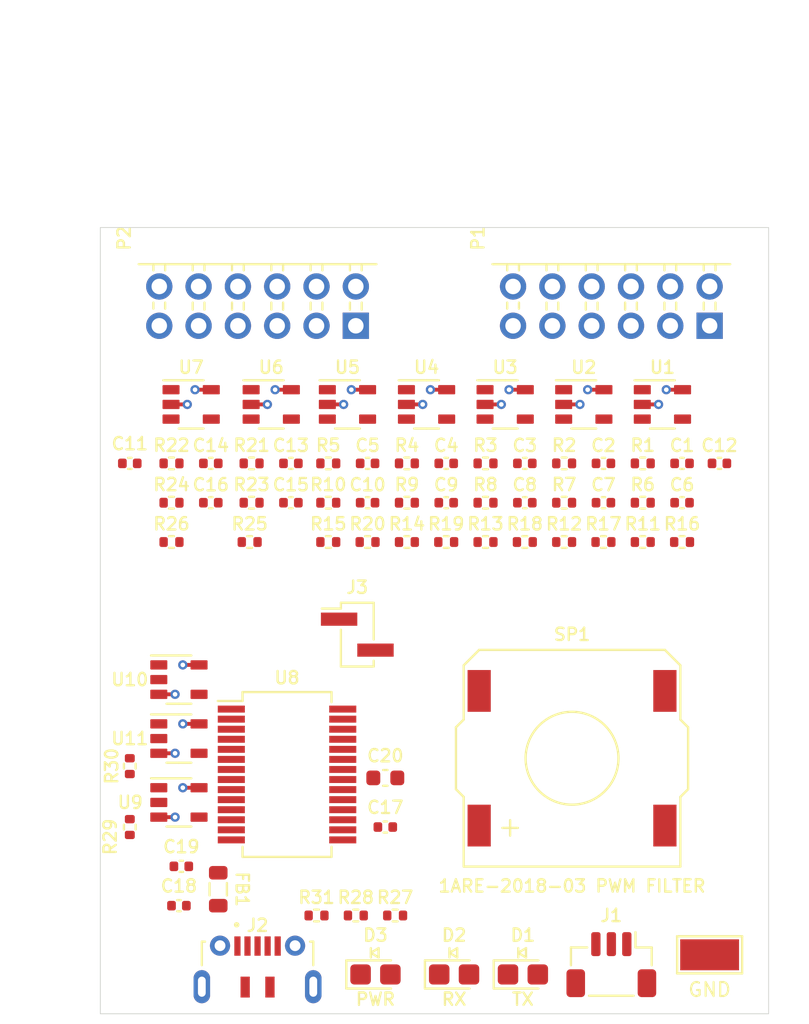
<source format=kicad_pcb>
(kicad_pcb (version 20221018) (generator pcbnew)
  (title_block (title "Audio PWM Filter w/ USB UART") (date "2023-10-13") (rev "-") (comment 1 "1ARE-2018-03"))
  (layers (0 "F.Cu" signal) (1 "In1.Cu" signal) (2 "In2.Cu" signal) (31 "B.Cu" signal) (34 "B.Paste" user) (35 "F.Paste" user) (36 "B.SilkS" user "B.Silkscreen") (37 "F.SilkS" user "F.Silkscreen") (38 "B.Mask" user) (39 "F.Mask" user) (44 "Edge.Cuts" user))
  (net 0 "")
  (net 1 "GND")
  (net 2 "Net-(U1--)")
  (net 3 "Net-(U1-+)")
  (net 4 "D0")
  (net 5 "D4")
  (net 6 "D1")
  (net 7 "D5")
  (net 8 "D2")
  (net 9 "D6")
  (net 10 "D3")
  (net 11 "D7")
  (net 12 "Net-(C1-Pad2)")
  (net 13 "Net-(C4-Pad2)")
  (net 14 "Net-(C2-Pad2)")
  (net 15 "Net-(U3--)")
  (net 16 "Net-(U2--)")
  (net 17 "Net-(C3-Pad2)")
  (net 18 "Net-(U4--)")
  (net 19 "+5V")
  (net 20 "Net-(U5--)")
  (net 21 "Net-(C5-Pad2)")
  (net 22 "+3V3")
  (net 23 "Net-(U7--)")
  (net 24 "Net-(U3-+)")
  (net 25 "Net-(U7-+)")
  (net 26 "Net-(U4-+)")
  (net 27 "Net-(U5-+)")
  (net 28 "Net-(C13-Pad1)")
  (net 29 "Net-(U6--)")
  (net 30 "Net-(C15-Pad2)")
  (net 31 "Net-(C14-Pad1)")
  (net 32 "/RIGHT")
  (net 33 "/LEFT")
  (net 34 "Net-(C16-Pad2)")
  (net 35 "Net-(J2-VBUS)")
  (net 36 "Net-(D1-K)")
  (net 37 "Net-(D3-K)")
  (net 38 "Net-(J2-D-)")
  (net 39 "+3.3VA")
  (net 45 "A2")
  (net 50 "Net-(J2-D+)")
  (net 51 "Net-(R11-Pad2)")
  (net 52 "Net-(D2-K)")
  (net 53 "Net-(R12-Pad2)")
  (net 54 "Net-(R13-Pad2)")
  (net 55 "Net-(R14-Pad2)")
  (net 56 "Net-(R10-Pad1)")
  (net 57 "Net-(U6-+)")
  (net 58 "Net-(U8-CBUS0)")
  (net 59 "Net-(U8-CBUS1)")
  (net 60 "Net-(U2-+)")
  (net 62 "/TXD")
  (net 63 "Net-(J3-Pin_2)")
  (net 65 "/RXD")
  (net 69 "/CTSn")
  (footprint "user:PinHeader_2x06_PMOD" (layer "F.Cu") (at 153.67 82.55 90)
    (fp_text reference "P1" (at 5.655 -2.27 90 unlocked) (layer "F.SilkS") (effects (font (size 0.8 0.8))))
    (fp_text value "TSW-106-08-G-D-RA")
    (pad "1" thru_hole rect locked (at 0 12.7 90) (size 1.7 1.7) (drill 1) (layers "*.Cu" "*.Mask") (net 4 "D0"))
    (pad "2" thru_hole oval locked (at 2.54 12.7 90) (size 1.7 1.7) (drill 1) (layers "*.Cu" "*.Mask") (net 5 "D4"))
    (pad "3" thru_hole oval locked (at 0 10.16 90) (size 1.7 1.7) (drill 1) (layers "*.Cu" "*.Mask") (net 6 "D1"))
    (pad "4" thru_hole oval locked (at 2.54 10.16 90) (size 1.7 1.7) (drill 1) (layers "*.Cu" "*.Mask") (net 7 "D5"))
    (pad "5" thru_hole oval locked (at 0 7.62 90) (size 1.7 1.7) (drill 1) (layers "*.Cu" "*.Mask") (net 8 "D2"))
    (pad "6" thru_hole oval locked (at 2.54 7.62 90) (size 1.7 1.7) (drill 1) (layers "*.Cu" "*.Mask") (net 9 "D6"))
    (pad "7" thru_hole oval locked (at 0 5.08 90) (size 1.7 1.7) (drill 1) (layers "*.Cu" "*.Mask") (net 10 "D3"))
    (pad "8" thru_hole oval locked (at 2.54 5.08 90) (size 1.7 1.7) (drill 1) (layers "*.Cu" "*.Mask") (net 11 "D7"))
    (pad "9" thru_hole oval locked (at 0 2.54 90) (size 1.7 1.7) (drill 1) (layers "*.Cu" "*.Mask") (net 1 "GND"))
    (pad "10" thru_hole oval locked (at 2.54 2.54 90) (size 1.7 1.7) (drill 1) (layers "*.Cu" "*.Mask") (net 1 "GND"))
    (pad "11" thru_hole oval locked (at 0 0 90) (size 1.7 1.7) (drill 1) (layers "*.Cu" "*.Mask") (net 39 "+3.3VA"))
    (pad "12" thru_hole oval locked (at 2.54 0 90) (size 1.7 1.7) (drill 1) (layers "*.Cu" "*.Mask") (net 39 "+3.3VA"))
  )
  (footprint "Capacitor_SMD:C_0402_1005Metric" (layer "F.Cu") (at 128.905 91.44 180)
    (fp_text reference "C11" (at 0 1.27 unlocked) (layer "F.SilkS") (effects (font (size 0.8 0.8))))
    (fp_text value "100nF")
    (pad "1" smd roundrect (at -0.48 0 180) (size 0.56 0.62) (layers "F.Cu" "F.Paste" "F.Mask") (net 39 "+3.3VA"))
    (pad "2" smd roundrect (at 0.48 0 180) (size 0.56 0.62) (layers "F.Cu" "F.Paste" "F.Mask") (net 1 "GND"))
  )
  (footprint "Capacitor_SMD:C_0402_1005Metric" (layer "F.Cu") (at 164.59 91.44)
    (fp_text reference "C1" (at 0 -1.16 unlocked) (layer "F.SilkS") (effects (font (size 0.8 0.8))))
    (fp_text value "2.2nF")
    (pad "1" smd roundrect (at -0.48 0) (size 0.56 0.62) (layers "F.Cu" "F.Paste" "F.Mask") (net 2 "Net-(U1--)"))
    (pad "2" smd roundrect (at 0.48 0) (size 0.56 0.62) (layers "F.Cu" "F.Paste" "F.Mask") (net 12 "Net-(C1-Pad2)"))
  )
  (footprint "Capacitor_SMD:C_0402_1005Metric" (layer "F.Cu") (at 139.315 93.98)
    (fp_text reference "C15" (at 0 -1.16 unlocked) (layer "F.SilkS") (effects (font (size 0.8 0.8))))
    (fp_text value "100nF")
    (pad "1" smd roundrect (at -0.48 0) (size 0.56 0.62) (layers "F.Cu" "F.Paste" "F.Mask") (net 32 "/RIGHT"))
    (pad "2" smd roundrect (at 0.48 0) (size 0.56 0.62) (layers "F.Cu" "F.Paste" "F.Mask") (net 30 "Net-(C15-Pad2)"))
  )
  (footprint "Resistor_SMD:R_0402_1005Metric" (layer "F.Cu") (at 162.05 91.44)
    (fp_text reference "R1" (at 0 -1.17 unlocked) (layer "F.SilkS") (effects (font (size 0.8 0.8))))
    (fp_text value "15k")
    (pad "1" smd roundrect (at -0.51 0) (size 0.54 0.64) (layers "F.Cu" "F.Paste" "F.Mask") (net 12 "Net-(C1-Pad2)"))
    (pad "2" smd roundrect (at 0.51 0) (size 0.54 0.64) (layers "F.Cu" "F.Paste" "F.Mask") (net 10 "D3"))
  )
  (footprint "Resistor_SMD:R_0402_1005Metric" (layer "F.Cu") (at 136.775 91.44)
    (fp_text reference "R21" (at 0 -1.17 unlocked) (layer "F.SilkS") (effects (font (size 0.8 0.8))))
    (fp_text value "OPEN")
    (pad "1" smd roundrect (at -0.51 0) (size 0.54 0.64) (layers "F.Cu" "F.Paste" "F.Mask") (net 29 "Net-(U6--)"))
    (pad "2" smd roundrect (at 0.51 0) (size 0.54 0.64) (layers "F.Cu" "F.Paste" "F.Mask") (net 1 "GND"))
  )
  (footprint "Resistor_SMD:R_0402_1005Metric" (layer "F.Cu") (at 136.775 93.98)
    (fp_text reference "R23" (at 0 -1.17 unlocked) (layer "F.SilkS") (effects (font (size 0.8 0.8))))
    (fp_text value "15k")
    (pad "1" smd roundrect (at -0.51 0) (size 0.54 0.64) (layers "F.Cu" "F.Paste" "F.Mask") (net 28 "Net-(C13-Pad1)"))
    (pad "2" smd roundrect (at 0.51 0) (size 0.54 0.64) (layers "F.Cu" "F.Paste" "F.Mask") (net 29 "Net-(U6--)"))
  )
  (footprint "Resistor_SMD:R_0402_1005Metric" (layer "F.Cu") (at 136.65 96.52)
    (fp_text reference "R25" (at 0 -1.17 unlocked) (layer "F.SilkS") (effects (font (size 0.8 0.8))))
    (fp_text value "100")
    (pad "1" smd roundrect (at -0.51 0) (size 0.54 0.64) (layers "F.Cu" "F.Paste" "F.Mask") (net 30 "Net-(C15-Pad2)"))
    (pad "2" smd roundrect (at 0.51 0) (size 0.54 0.64) (layers "F.Cu" "F.Paste" "F.Mask") (net 28 "Net-(C13-Pad1)"))
  )
  (footprint "user:SOT-23-5_OPA" (layer "F.Cu") (at 163.32 87.63)
    (fp_text reference "U1" (at 0 -2.4 unlocked) (layer "F.SilkS") (effects (font (size 0.8 0.8))))
    (fp_text value "OPA354")
    (pad "1" smd custom (at -1.3 -0.95) (size 0.5 0.5) (layers "F.Cu" "F.Paste" "F.Mask") (net 2 "Net-(U1--)") (options (clearance outline) (anchor circle)) (primitives (gr_poly (pts (xy -0.5 0.25) (xy 0.5 0.25) (xy 0.5 -0.25) (xy -0.5 -0.25)) (width 0.1) (fill yes))))
    (pad "2" smd rect (at -0.25 0) (size 0.6 0.25) (drill (offset -0.3 0)) (layers "F.Cu") (net 1 "GND"))
    (pad "2" thru_hole circle (at -0.25 0) (size 0.6 0.6) (drill 0.3) (layers "*.Cu") (net 1 "GND"))
    (pad "2" smd roundrect (at -0.25 0 180) (size 1.1 0.6) (drill (offset 1.05 0)) (layers "F.Cu" "F.Paste" "F.Mask") (roundrect_rratio 0.08333333333) (net 1 "GND"))
    (pad "3" smd custom (at -1.3 0.95) (size 0.5 0.5) (layers "F.Cu" "F.Paste" "F.Mask") (net 3 "Net-(U1-+)") (options (clearance outline) (anchor circle)) (primitives (gr_poly (pts (xy -0.5 0.25) (xy 0.5 0.25) (xy 0.5 -0.25) (xy -0.5 -0.25)) (width 0.1) (fill yes))))
    (pad "4" smd custom (at 1.3 0.95) (size 0.5 0.5) (layers "F.Cu" "F.Paste" "F.Mask") (net 2 "Net-(U1--)") (options (clearance outline) (anchor circle)) (primitives (gr_poly (pts (xy -0.5 0.25) (xy 0.5 0.25) (xy 0.5 -0.25) (xy -0.5 -0.25)) (width 0.1) (fill yes))))
    (pad "5" smd rect (at 0.25 -0.95) (size 0.6 0.25) (drill (offset 0.3 0)) (layers "F.Cu") (net 39 "+3.3VA"))
    (pad "5" thru_hole circle (at 0.25 -0.95) (size 0.6 0.6) (drill 0.3) (layers "*.Cu") (net 39 "+3.3VA"))
    (pad "5" smd roundrect (at 0.25 -0.95 180) (size 1.1 0.6) (drill (offset -1.05 0)) (layers "F.Cu" "F.Paste" "F.Mask") (roundrect_rratio 0.08333333333) (net 39 "+3.3VA"))
  )
  (footprint "user:SOT-23-5_OPA" (layer "F.Cu") (at 138.045 87.63)
    (fp_text reference "U6" (at 0 -2.4 unlocked) (layer "F.SilkS") (effects (font (size 0.8 0.8))))
    (fp_text value "OPA354")
    (pad "1" smd custom (at -1.3 -0.95) (size 0.5 0.5) (layers "F.Cu" "F.Paste" "F.Mask") (net 28 "Net-(C13-Pad1)") (options (clearance outline) (anchor circle)) (primitives (gr_poly (pts (xy -0.5 0.25) (xy 0.5 0.25) (xy 0.5 -0.25) (xy -0.5 -0.25)) (width 0.1) (fill yes))))
    (pad "2" smd rect (at -0.25 0) (size 0.6 0.25) (drill (offset -0.3 0)) (layers "F.Cu") (net 1 "GND"))
    (pad "2" thru_hole circle (at -0.25 0) (size 0.6 0.6) (drill 0.3) (layers "*.Cu") (net 1 "GND"))
    (pad "2" smd roundrect (at -0.25 0 180) (size 1.1 0.6) (drill (offset 1.05 0)) (layers "F.Cu" "F.Paste" "F.Mask") (roundrect_rratio 0.08333333333) (net 1 "GND"))
    (pad "3" smd custom (at -1.3 0.95) (size 0.5 0.5) (layers "F.Cu" "F.Paste" "F.Mask") (net 57 "Net-(U6-+)") (options (clearance outline) (anchor circle)) (primitives (gr_poly (pts (xy -0.5 0.25) (xy 0.5 0.25) (xy 0.5 -0.25) (xy -0.5 -0.25)) (width 0.1) (fill yes))))
    (pad "4" smd custom (at 1.3 0.95) (size 0.5 0.5) (layers "F.Cu" "F.Paste" "F.Mask") (net 29 "Net-(U6--)") (options (clearance outline) (anchor circle)) (primitives (gr_poly (pts (xy -0.5 0.25) (xy 0.5 0.25) (xy 0.5 -0.25) (xy -0.5 -0.25)) (width 0.1) (fill yes))))
    (pad "5" smd rect (at 0.25 -0.95) (size 0.6 0.25) (drill (offset 0.3 0)) (layers "F.Cu") (net 39 "+3.3VA"))
    (pad "5" thru_hole circle (at 0.25 -0.95) (size 0.6 0.6) (drill 0.3) (layers "*.Cu") (net 39 "+3.3VA"))
    (pad "5" smd roundrect (at 0.25 -0.95 180) (size 1.1 0.6) (drill (offset -1.05 0)) (layers "F.Cu" "F.Paste" "F.Mask") (roundrect_rratio 0.08333333333) (net 39 "+3.3VA"))
  )
  (footprint "Capacitor_SMD:C_0402_1005Metric" (layer "F.Cu") (at 167.005 91.44)
    (fp_text reference "C12" (at 0 -1.16 unlocked) (layer "F.SilkS") (effects (font (size 0.8 0.8))))
    (fp_text value "100nF")
    (pad "1" smd roundrect (at -0.48 0) (size 0.56 0.62) (layers "F.Cu" "F.Paste" "F.Mask") (net 39 "+3.3VA"))
    (pad "2" smd roundrect (at 0.48 0) (size 0.56 0.62) (layers "F.Cu" "F.Paste" "F.Mask") (net 1 "GND"))
  )
  (footprint "Resistor_SMD:R_0402_1005Metric" (layer "F.Cu") (at 162.05 93.98)
    (fp_text reference "R6" (at 0 -1.17 unlocked) (layer "F.SilkS") (effects (font (size 0.8 0.8))))
    (fp_text value "15k")
    (pad "1" smd roundrect (at -0.51 0) (size 0.54 0.64) (layers "F.Cu" "F.Paste" "F.Mask") (net 51 "Net-(R11-Pad2)"))
    (pad "2" smd roundrect (at 0.51 0) (size 0.54 0.64) (layers "F.Cu" "F.Paste" "F.Mask") (net 12 "Net-(C1-Pad2)"))
  )
  (footprint "Capacitor_SMD:C_0402_1005Metric" (layer "F.Cu") (at 164.59 93.98)
    (fp_text reference "C6" (at 0 -1.16 unlocked) (layer "F.SilkS") (effects (font (size 0.8 0.8))))
    (fp_text value "1nF")
    (pad "1" smd roundrect (at -0.48 0) (size 0.56 0.62) (layers "F.Cu" "F.Paste" "F.Mask") (net 3 "Net-(U1-+)"))
    (pad "2" smd roundrect (at 0.48 0) (size 0.56 0.62) (layers "F.Cu" "F.Paste" "F.Mask") (net 1 "GND"))
  )
  (footprint "user:SOT-23-5_OPA" (layer "F.Cu") (at 158.24 87.63)
    (fp_text reference "U2" (at 0 -2.4 unlocked) (layer "F.SilkS") (effects (font (size 0.8 0.8))))
    (fp_text value "OPA354")
    (pad "1" smd custom (at -1.3 -0.95) (size 0.5 0.5) (layers "F.Cu" "F.Paste" "F.Mask") (net 16 "Net-(U2--)") (options (clearance outline) (anchor circle)) (primitives (gr_poly (pts (xy -0.5 0.25) (xy 0.5 0.25) (xy 0.5 -0.25) (xy -0.5 -0.25)) (width 0.1) (fill yes))))
    (pad "2" smd rect (at -0.25 0) (size 0.6 0.25) (drill (offset -0.3 0)) (layers "F.Cu") (net 1 "GND"))
    (pad "2" thru_hole circle (at -0.25 0) (size 0.6 0.6) (drill 0.3) (layers "*.Cu") (net 1 "GND"))
    (pad "2" smd roundrect (at -0.25 0 180) (size 1.1 0.6) (drill (offset 1.05 0)) (layers "F.Cu" "F.Paste" "F.Mask") (roundrect_rratio 0.08333333333) (net 1 "GND"))
    (pad "3" smd custom (at -1.3 0.95) (size 0.5 0.5) (layers "F.Cu" "F.Paste" "F.Mask") (net 60 "Net-(U2-+)") (options (clearance outline) (anchor circle)) (primitives (gr_poly (pts (xy -0.5 0.25) (xy 0.5 0.25) (xy 0.5 -0.25) (xy -0.5 -0.25)) (width 0.1) (fill yes))))
    (pad "4" smd custom (at 1.3 0.95) (size 0.5 0.5) (layers "F.Cu" "F.Paste" "F.Mask") (net 16 "Net-(U2--)") (options (clearance outline) (anchor circle)) (primitives (gr_poly (pts (xy -0.5 0.25) (xy 0.5 0.25) (xy 0.5 -0.25) (xy -0.5 -0.25)) (width 0.1) (fill yes))))
    (pad "5" smd rect (at 0.25 -0.95) (size 0.6 0.25) (drill (offset 0.3 0)) (layers "F.Cu") (net 39 "+3.3VA"))
    (pad "5" thru_hole circle (at 0.25 -0.95) (size 0.6 0.6) (drill 0.3) (layers "*.Cu") (net 39 "+3.3VA"))
    (pad "5" smd roundrect (at 0.25 -0.95 180) (size 1.1 0.6) (drill (offset -1.05 0)) (layers "F.Cu" "F.Paste" "F.Mask") (roundrect_rratio 0.08333333333) (net 39 "+3.3VA"))
  )
  (footprint "user:SOT-23-5" (layer "F.Cu") (at 132.08 109.22)
    (fp_text reference "U11" (at -3.175 0 unlocked) (layer "F.SilkS") (effects (font (size 0.8 0.8))))
    (fp_text value "74LVC1G125")
    (pad "1" smd custom (at -1.3 -0.95) (size 0.5 0.5) (layers "F.Cu" "F.Paste" "F.Mask") (net 1 "GND") (options (clearance outline) (anchor circle)) (primitives (gr_poly (pts (xy -0.5 0.25) (xy 0.5 0.25) (xy 0.5 -0.25) (xy -0.5 -0.25)) (width 0.1) (fill yes))))
    (pad "2" smd custom (at -1.3 0) (size 0.5 0.5) (layers "F.Cu" "F.Paste" "F.Mask") (net 45 "A2") (options (clearance outline) (anchor circle)) (primitives (gr_poly (pts (xy -0.5 0.25) (xy 0.5 0.25) (xy 0.5 -0.25) (xy -0.5 -0.25)) (width 0.1) (fill yes))))
    (pad "3" smd rect (at -0.25 0.95) (size 0.6 0.25) (drill (offset -0.3 0)) (layers "F.Cu") (net 1 "GND"))
    (pad "3" thru_hole circle (at -0.25 0.95) (size 0.6 0.6) (drill 0.3) (layers "*.Cu") (net 1 "GND"))
    (pad "3" smd roundrect (at -0.25 0.95 180) (size 1.1 0.6) (drill (offset 1.05 0)) (layers "F.Cu" "F.Paste" "F.Mask") (roundrect_rratio 0.08333333333) (net 1 "GND"))
    (pad "4" smd custom (at 1.3 0.95) (size 0.5 0.5) (layers "F.Cu" "F.Paste" "F.Mask") (net 65 "/RXD") (options (clearance outline) (anchor circle)) (primitives (gr_poly (pts (xy -0.5 0.25) (xy 0.5 0.25) (xy 0.5 -0.25) (xy -0.5 -0.25)) (width 0.1) (fill yes))))
    (pad "5" smd rect (at 0.25 -0.95) (size 0.6 0.25) (drill (offset 0.3 0)) (layers "F.Cu") (net 22 "+3V3"))
    (pad "5" thru_hole circle (at 0.25 -0.95) (size 0.6 0.6) (drill 0.3) (layers "*.Cu") (net 22 "+3V3"))
    (pad "5" smd roundrect (at 0.25 -0.95 180) (size 1.1 0.6) (drill (offset -1.05 0)) (layers "F.Cu" "F.Paste" "F.Mask") (roundrect_rratio 0.08333333333) (net 22 "+3V3"))
  )
  (footprint "user:SOT-23-5" (layer "F.Cu") (at 132.08 113.345)
    (fp_text reference "U9" (at -3.145 0 unlocked) (layer "F.SilkS") (effects (font (size 0.8 0.8))))
    (fp_text value "74LVC1G125")
    (pad "1" smd custom (at -1.3 -0.95) (size 0.5 0.5) (layers "F.Cu" "F.Paste" "F.Mask") (net 1 "GND") (options (clearance outline) (anchor circle)) (primitives (gr_poly (pts (xy -0.5 0.25) (xy 0.5 0.25) (xy 0.5 -0.25) (xy -0.5 -0.25)) (width 0.1) (fill yes))))
    (pad "2" smd custom (at -1.3 0) (size 0.5 0.5) (layers "F.Cu" "F.Paste" "F.Mask") (net 4 "D0") (options (clearance outline) (anchor circle)) (primitives (gr_poly (pts (xy -0.5 0.25) (xy 0.5 0.25) (xy 0.5 -0.25) (xy -0.5 -0.25)) (width 0.1) (fill yes))))
    (pad "3" smd rect (at -0.25 0.95) (size 0.6 0.25) (drill (offset -0.3 0)) (layers "F.Cu") (net 1 "GND"))
    (pad "3" thru_hole circle (at -0.25 0.95) (size 0.6 0.6) (drill 0.3) (layers "*.Cu") (net 1 "GND"))
    (pad "3" smd roundrect (at -0.25 0.95 180) (size 1.1 0.6) (drill (offset 1.05 0)) (layers "F.Cu" "F.Paste" "F.Mask") (roundrect_rratio 0.08333333333) (net 1 "GND"))
    (pad "4" smd custom (at 1.3 0.95) (size 0.5 0.5) (layers "F.Cu" "F.Paste" "F.Mask") (net 69 "/CTSn") (options (clearance outline) (anchor circle)) (primitives (gr_poly (pts (xy -0.5 0.25) (xy 0.5 0.25) (xy 0.5 -0.25) (xy -0.5 -0.25)) (width 0.1) (fill yes))))
    (pad "5" smd rect (at 0.25 -0.95) (size 0.6 0.25) (drill (offset 0.3 0)) (layers "F.Cu") (net 22 "+3V3"))
    (pad "5" thru_hole circle (at 0.25 -0.95) (size 0.6 0.6) (drill 0.3) (layers "*.Cu") (net 22 "+3V3"))
    (pad "5" smd roundrect (at 0.25 -0.95 180) (size 1.1 0.6) (drill (offset -1.05 0)) (layers "F.Cu" "F.Paste" "F.Mask") (roundrect_rratio 0.08333333333) (net 22 "+3V3"))
  )
  (footprint "Resistor_SMD:R_0402_1005Metric" (layer "F.Cu") (at 128.905 114.935 -90)
    (fp_text reference "R29" (at 0.635 1.27 90 unlocked) (layer "F.SilkS") (effects (font (size 0.8 0.8))))
    (fp_text value "15k")
    (pad "1" smd roundrect (at -0.51 0 270) (size 0.54 0.64) (layers "F.Cu" "F.Paste" "F.Mask") (net 1 "GND"))
    (pad "2" smd roundrect (at 0.51 0 270) (size 0.54 0.64) (layers "F.Cu" "F.Paste" "F.Mask") (net 4 "D0"))
  )
  (footprint "Capacitor_SMD:C_0402_1005Metric" (layer "F.Cu") (at 149.35 93.98)
    (fp_text reference "C9" (at 0 -1.16 unlocked) (layer "F.SilkS") (effects (font (size 0.8 0.8))))
    (fp_text value "1nF")
    (pad "1" smd roundrect (at -0.48 0) (size 0.56 0.62) (layers "F.Cu" "F.Paste" "F.Mask") (net 26 "Net-(U4-+)"))
    (pad "2" smd roundrect (at 0.48 0) (size 0.56 0.62) (layers "F.Cu" "F.Paste" "F.Mask") (net 1 "GND"))
  )
  (footprint "Capacitor_SMD:C_0402_1005Metric" (layer "F.Cu") (at 132.235 117.475 180)
    (fp_text reference "C19" (at 0 1.27 unlocked) (layer "F.SilkS") (effects (font (size 0.8 0.8))))
    (fp_text value "100nF")
    (pad "1" smd roundrect (at -0.48 0 180) (size 0.56 0.62) (layers "F.Cu" "F.Paste" "F.Mask") (net 19 "+5V"))
    (pad "2" smd roundrect (at 0.48 0 180) (size 0.56 0.62) (layers "F.Cu" "F.Paste" "F.Mask") (net 1 "GND"))
  )
  (footprint "user:SOT-23-5_OPA" (layer "F.Cu") (at 142.97 87.63)
    (fp_text reference "U5" (at 0 -2.4 unlocked) (layer "F.SilkS") (effects (font (size 0.8 0.8))))
    (fp_text value "OPA354")
    (pad "1" smd custom (at -1.3 -0.95) (size 0.5 0.5) (layers "F.Cu" "F.Paste" "F.Mask") (net 20 "Net-(U5--)") (options (clearance outline) (anchor circle)) (primitives (gr_poly (pts (xy -0.5 0.25) (xy 0.5 0.25) (xy 0.5 -0.25) (xy -0.5 -0.25)) (width 0.1) (fill yes))))
    (pad "2" smd rect (at -0.25 0) (size 0.6 0.25) (drill (offset -0.3 0)) (layers "F.Cu") (net 1 "GND"))
    (pad "2" thru_hole circle (at -0.25 0) (size 0.6 0.6) (drill 0.3) (layers "*.Cu") (net 1 "GND"))
    (pad "2" smd roundrect (at -0.25 0 180) (size 1.1 0.6) (drill (offset 1.05 0)) (layers "F.Cu" "F.Paste" "F.Mask") (roundrect_rratio 0.08333333333) (net 1 "GND"))
    (pad "3" smd custom (at -1.3 0.95) (size 0.5 0.5) (layers "F.Cu" "F.Paste" "F.Mask") (net 27 "Net-(U5-+)") (options (clearance outline) (anchor circle)) (primitives (gr_poly (pts (xy -0.5 0.25) (xy 0.5 0.25) (xy 0.5 -0.25) (xy -0.5 -0.25)) (width 0.1) (fill yes))))
    (pad "4" smd custom (at 1.3 0.95) (size 0.5 0.5) (layers "F.Cu" "F.Paste" "F.Mask") (net 20 "Net-(U5--)") (options (clearance outline) (anchor circle)) (primitives (gr_poly (pts (xy -0.5 0.25) (xy 0.5 0.25) (xy 0.5 -0.25) (xy -0.5 -0.25)) (width 0.1) (fill yes))))
    (pad "5" smd rect (at 0.25 -0.95) (size 0.6 0.25) (drill (offset 0.3 0)) (layers "F.Cu") (net 39 "+3.3VA"))
    (pad "5" thru_hole circle (at 0.25 -0.95) (size 0.6 0.6) (drill 0.3) (layers "*.Cu") (net 39 "+3.3VA"))
    (pad "5" smd roundrect (at 0.25 -0.95 180) (size 1.1 0.6) (drill (offset -1.05 0)) (layers "F.Cu" "F.Paste" "F.Mask") (roundrect_rratio 0.08333333333) (net 39 "+3.3VA"))
  )
  (footprint "Resistor_SMD:R_0402_1005Metric" (layer "F.Cu") (at 159.51 96.52)
    (fp_text reference "R17" (at 0 -1.17 unlocked) (layer "F.SilkS") (effects (font (size 0.8 0.8))))
    (fp_text value "OPEN")
    (pad "1" smd roundrect (at -0.51 0) (size 0.54 0.64) (layers "F.Cu" "F.Paste" "F.Mask") (net 57 "Net-(U6-+)"))
    (pad "2" smd roundrect (at 0.51 0) (size 0.54 0.64) (layers "F.Cu" "F.Paste" "F.Mask") (net 16 "Net-(U2--)"))
  )
  (footprint "Resistor_SMD:R_0402_1005Metric" (layer "F.Cu") (at 151.89 91.44)
    (fp_text reference "R3" (at 0 -1.17 unlocked) (layer "F.SilkS") (effects (font (size 0.8 0.8))))
    (fp_text value "15k")
    (pad "1" smd roundrect (at -0.51 0) (size 0.54 0.64) (layers "F.Cu" "F.Paste" "F.Mask") (net 17 "Net-(C3-Pad2)"))
    (pad "2" smd roundrect (at 0.51 0) (size 0.54 0.64) (layers "F.Cu" "F.Paste" "F.Mask") (net 11 "D7"))
  )
  (footprint "Capacitor_SMD:C_0402_1005Metric" (layer "F.Cu") (at 159.51 93.98)
    (fp_text reference "C7" (at 0 -1.16 unlocked) (layer "F.SilkS") (effects (font (size 0.8 0.8))))
    (fp_text value "1nF")
    (pad "1" smd roundrect (at -0.48 0) (size 0.56 0.62) (layers "F.Cu" "F.Paste" "F.Mask") (net 60 "Net-(U2-+)"))
    (pad "2" smd roundrect (at 0.48 0) (size 0.56 0.62) (layers "F.Cu" "F.Paste" "F.Mask") (net 1 "GND"))
  )
  (footprint "Resistor_SMD:R_0402_1005Metric" (layer "F.Cu") (at 141.73 93.98)
    (fp_text reference "R10" (at 0 -1.17 unlocked) (layer "F.SilkS") (effects (font (size 0.8 0.8))))
    (fp_text value "15k")
    (pad "1" smd roundrect (at -0.51 0) (size 0.54 0.64) (layers "F.Cu" "F.Paste" "F.Mask") (net 56 "Net-(R10-Pad1)"))
    (pad "2" smd roundrect (at 0.51 0) (size 0.54 0.64) (layers "F.Cu" "F.Paste" "F.Mask") (net 21 "Net-(C5-Pad2)"))
  )
  (footprint "Resistor_SMD:R_0402_1005Metric" (layer "F.Cu") (at 140.97 120.65)
    (fp_text reference "R31" (at 0 -1.17 unlocked) (layer "F.SilkS") (effects (font (size 0.8 0.8))))
    (fp_text value "15k")
    (pad "1" smd roundrect (at -0.51 0) (size 0.54 0.64) (layers "F.Cu" "F.Paste" "F.Mask") (net 1 "GND"))
    (pad "2" smd roundrect (at 0.51 0) (size 0.54 0.64) (layers "F.Cu" "F.Paste" "F.Mask") (net 37 "Net-(D3-K)"))
  )
  (footprint "Resistor_SMD:R_0402_1005Metric" (layer "F.Cu") (at 146.81 93.98)
    (fp_text reference "R9" (at 0 -1.17 unlocked) (layer "F.SilkS") (effects (font (size 0.8 0.8))))
    (fp_text value "15k")
    (pad "1" smd roundrect (at -0.51 0) (size 0.54 0.64) (layers "F.Cu" "F.Paste" "F.Mask") (net 55 "Net-(R14-Pad2)"))
    (pad "2" smd roundrect (at 0.51 0) (size 0.54 0.64) (layers "F.Cu" "F.Paste" "F.Mask") (net 13 "Net-(C4-Pad2)"))
  )
  (footprint "Capacitor_SMD:C_0402_1005Metric" (layer "F.Cu") (at 132.08 120.015 180)
    (fp_text reference "C18" (at 0 1.27 unlocked) (layer "F.SilkS") (effects (font (size 0.8 0.8))))
    (fp_text value "100nF")
    (pad "1" smd roundrect (at -0.48 0 180) (size 0.56 0.62) (layers "F.Cu" "F.Paste" "F.Mask") (net 35 "Net-(J2-VBUS)"))
    (pad "2" smd roundrect (at 0.48 0 180) (size 0.56 0.62) (layers "F.Cu" "F.Paste" "F.Mask") (net 1 "GND"))
  )
  (footprint "user:SOT-23-5_OPA" (layer "F.Cu") (at 153.16 87.63)
    (fp_text reference "U3" (at 0 -2.4 unlocked) (layer "F.SilkS") (effects (font (size 0.8 0.8))))
    (fp_text value "OPA354")
    (pad "1" smd custom (at -1.3 -0.95) (size 0.5 0.5) (layers "F.Cu" "F.Paste" "F.Mask") (net 15 "Net-(U3--)") (options (clearance outline) (anchor circle)) (primitives (gr_poly (pts (xy -0.5 0.25) (xy 0.5 0.25) (xy 0.5 -0.25) (xy -0.5 -0.25)) (width 0.1) (fill yes))))
    (pad "2" smd rect (at -0.25 0) (size 0.6 0.25) (drill (offset -0.3 0)) (layers "F.Cu") (net 1 "GND"))
    (pad "2" thru_hole circle (at -0.25 0) (size 0.6 0.6) (drill 0.3) (layers "*.Cu") (net 1 "GND"))
    (pad "2" smd roundrect (at -0.25 0 180) (size 1.1 0.6) (drill (offset 1.05 0)) (layers "F.Cu" "F.Paste" "F.Mask") (roundrect_rratio 0.08333333333) (net 1 "GND"))
    (pad "3" smd custom (at -1.3 0.95) (size 0.5 0.5) (layers "F.Cu" "F.Paste" "F.Mask") (net 24 "Net-(U3-+)") (options (clearance outline) (anchor circle)) (primitives (gr_poly (pts (xy -0.5 0.25) (xy 0.5 0.25) (xy 0.5 -0.25) (xy -0.5 -0.25)) (width 0.1) (fill yes))))
    (pad "4" smd custom (at 1.3 0.95) (size 0.5 0.5) (layers "F.Cu" "F.Paste" "F.Mask") (net 15 "Net-(U3--)") (options (clearance outline) (anchor circle)) (primitives (gr_poly (pts (xy -0.5 0.25) (xy 0.5 0.25) (xy 0.5 -0.25) (xy -0.5 -0.25)) (width 0.1) (fill yes))))
    (pad "5" smd rect (at 0.25 -0.95) (size 0.6 0.25) (drill (offset 0.3 0)) (layers "F.Cu") (net 39 "+3.3VA"))
    (pad "5" thru_hole circle (at 0.25 -0.95) (size 0.6 0.6) (drill 0.3) (layers "*.Cu") (net 39 "+3.3VA"))
    (pad "5" smd roundrect (at 0.25 -0.95 180) (size 1.1 0.6) (drill (offset -1.05 0)) (layers "F.Cu" "F.Paste" "F.Mask") (roundrect_rratio 0.08333333333) (net 39 "+3.3VA"))
  )
  (footprint "Resistor_SMD:R_0402_1005Metric" (layer "F.Cu") (at 162.05 96.52)
    (fp_text reference "R11" (at 0 -1.17 unlocked) (layer "F.SilkS") (effects (font (size 0.8 0.8))))
    (fp_text value "15k")
    (pad "1" smd roundrect (at -0.51 0) (size 0.54 0.64) (layers "F.Cu" "F.Paste" "F.Mask") (net 3 "Net-(U1-+)"))
    (pad "2" smd roundrect (at 0.51 0) (size 0.54 0.64) (layers "F.Cu" "F.Paste" "F.Mask") (net 51 "Net-(R11-Pad2)"))
  )
  (footprint "user:TestPoint_Keystone_5019_Minature" (layer "F.Cu") (at 166.37 123.19 180)
    (fp_text reference "TP1" hide)
    (fp_text value "GND")
    (fp_text user "${VALUE}" (at 0 -2.25 180) (layer "F.SilkS") (effects (font (size 0.9 0.9) (thickness 0.135))))
    (pad "1" smd rect (at 0 0 180) (size 3.8 2) (layers "F.Cu" "F.Paste" "F.Mask") (net 1 "GND"))
  )
  (footprint "Capacitor_SMD:C_0402_1005Metric" (layer "F.Cu") (at 145.415 114.935 180)
    (fp_text reference "C17" (at 0 1.27 unlocked) (layer "F.SilkS") (effects (font (size 0.8 0.8))))
    (fp_text value "100nF")
    (pad "1" smd roundrect (at -0.48 0 180) (size 0.56 0.62) (layers "F.Cu" "F.Paste" "F.Mask") (net 1 "GND"))
    (pad "2" smd roundrect (at 0.48 0 180) (size 0.56 0.62) (layers "F.Cu" "F.Paste" "F.Mask") (net 22 "+3V3"))
  )
  (footprint "user:LED_0805_2012Metric_Castellated" (layer "F.Cu") (at 144.78 124.46)
    (fp_text reference "D3" (at 0 -2.54 unlocked) (layer "F.SilkS") (effects (font (size 0.8 0.8))))
    (fp_text value "PWR" (at 0 1.6 unlocked) (layer "F.SilkS") (effects (font (size 0.8 0.8))))
    (pad "1" smd roundrect (at -0.9625 0) (size 1.325 1.3) (layers "F.Cu" "F.Paste" "F.Mask") (roundrect_rratio 0.192308) (net 37 "Net-(D3-K)"))
    (pad "2" smd roundrect (at 0.9625 0) (size 1.325 1.3) (layers "F.Cu" "F.Paste" "F.Mask") (roundrect_rratio 0.192308) (net 19 "+5V"))
  )
  (footprint "user:SOT-23-5_OPA" (layer "F.Cu") (at 132.87 87.63)
    (fp_text reference "U7" (at 0 -2.4 unlocked) (layer "F.SilkS") (effects (font (size 0.8 0.8))))
    (fp_text value "OPA354")
    (pad "1" smd custom (at -1.3 -0.95) (size 0.5 0.5) (layers "F.Cu" "F.Paste" "F.Mask") (net 31 "Net-(C14-Pad1)") (options (clearance outline) (anchor circle)) (primitives (gr_poly (pts (xy -0.5 0.25) (xy 0.5 0.25) (xy 0.5 -0.25) (xy -0.5 -0.25)) (width 0.1) (fill yes))))
    (pad "2" smd rect (at -0.25 0) (size 0.6 0.25) (drill (offset -0.3 0)) (layers "F.Cu") (net 1 "GND"))
    (pad "2" thru_hole circle (at -0.25 0) (size 0.6 0.6) (drill 0.3) (layers "*.Cu") (net 1 "GND"))
    (pad "2" smd roundrect (at -0.25 0 180) (size 1.1 0.6) (drill (offset 1.05 0)) (layers "F.Cu" "F.Paste" "F.Mask") (roundrect_rratio 0.08333333333) (net 1 "GND"))
    (pad "3" smd custom (at -1.3 0.95) (size 0.5 0.5) (layers "F.Cu" "F.Paste" "F.Mask") (net 25 "Net-(U7-+)") (options (clearance outline) (anchor circle)) (primitives (gr_poly (pts (xy -0.5 0.25) (xy 0.5 0.25) (xy 0.5 -0.25) (xy -0.5 -0.25)) (width 0.1) (fill yes))))
    (pad "4" smd custom (at 1.3 0.95) (size 0.5 0.5) (layers "F.Cu" "F.Paste" "F.Mask") (net 23 "Net-(U7--)") (options (clearance outline) (anchor circle)) (primitives (gr_poly (pts (xy -0.5 0.25) (xy 0.5 0.25) (xy 0.5 -0.25) (xy -0.5 -0.25)) (width 0.1) (fill yes))))
    (pad "5" smd rect (at 0.25 -0.95) (size 0.6 0.25) (drill (offset 0.3 0)) (layers "F.Cu") (net 39 "+3.3VA"))
    (pad "5" thru_hole circle (at 0.25 -0.95) (size 0.6 0.6) (drill 0.3) (layers "*.Cu") (net 39 "+3.3VA"))
    (pad "5" smd roundrect (at 0.25 -0.95 180) (size 1.1 0.6) (drill (offset -1.05 0)) (layers "F.Cu" "F.Paste" "F.Mask") (roundrect_rratio 0.08333333333) (net 39 "+3.3VA"))
  )
  (footprint "user:LED_0805_2012Metric_Castellated" (layer "F.Cu") (at 154.305 124.46)
    (fp_text reference "D1" (at 0 -2.54 unlocked) (layer "F.SilkS") (effects (font (size 0.8 0.8))))
    (fp_text value "TX" (at 0 1.6 unlocked) (layer "F.SilkS") (effects (font (size 0.8 0.8))))
    (pad "1" smd roundrect (at -0.9625 0) (size 1.325 1.3) (layers "F.Cu" "F.Paste" "F.Mask") (roundrect_rratio 0.192308) (net 36 "Net-(D1-K)"))
    (pad "2" smd roundrect (at 0.9625 0) (size 1.325 1.3) (layers "F.Cu" "F.Paste" "F.Mask") (roundrect_rratio 0.192308) (net 19 "+5V"))
  )
  (footprint "Capacitor_SMD:C_0402_1005Metric" (layer "F.Cu") (at 159.51 91.44)
    (fp_text reference "C2" (at 0 -1.16 unlocked) (layer "F.SilkS") (effects (font (size 0.8 0.8))))
    (fp_text value "2.2nF")
    (pad "1" smd roundrect (at -0.48 0) (size 0.56 0.62) (layers "F.Cu" "F.Paste" "F.Mask") (net 16 "Net-(U2--)"))
    (pad "2" smd roundrect (at 0.48 0) (size 0.56 0.62) (layers "F.Cu" "F.Paste" "F.Mask") (net 14 "Net-(C2-Pad2)"))
  )
  (footprint "Resistor_SMD:R_0402_1005Metric" (layer "F.Cu") (at 146.81 91.44)
    (fp_text reference "R4" (at 0 -1.17 unlocked) (layer "F.SilkS") (effects (font (size 0.8 0.8))))
    (fp_text value "15k")
    (pad "1" smd roundrect (at -0.51 0) (size 0.54 0.64) (layers "F.Cu" "F.Paste" "F.Mask") (net 13 "Net-(C4-Pad2)"))
    (pad "2" smd roundrect (at 0.51 0) (size 0.54 0.64) (layers "F.Cu" "F.Paste" "F.Mask") (net 9 "D6"))
  )
  (footprint "Resistor_SMD:R_0402_1005Metric" (layer "F.Cu") (at 164.59 96.52)
    (fp_text reference "R16" (at 0 -1.17 unlocked) (layer "F.SilkS") (effects (font (size 0.8 0.8))))
    (fp_text value "15k")
    (pad "1" smd roundrect (at -0.51 0) (size 0.54 0.64) (layers "F.Cu" "F.Paste" "F.Mask") (net 57 "Net-(U6-+)"))
    (pad "2" smd roundrect (at 0.51 0) (size 0.54 0.64) (layers "F.Cu" "F.Paste" "F.Mask") (net 2 "Net-(U1--)"))
  )
  (footprint "user:SOT-23-5_OPA" (layer "F.Cu") (at 148.08 87.63)
    (fp_text reference "U4" (at 0 -2.4 unlocked) (layer "F.SilkS") (effects (font (size 0.8 0.8))))
    (fp_text value "OPA354")
    (pad "1" smd custom (at -1.3 -0.95) (size 0.5 0.5) (layers "F.Cu" "F.Paste" "F.Mask") (net 18 "Net-(U4--)") (options (clearance outline) (anchor circle)) (primitives (gr_poly (pts (xy -0.5 0.25) (xy 0.5 0.25) (xy 0.5 -0.25) (xy -0.5 -0.25)) (width 0.1) (fill yes))))
    (pad "2" smd rect (at -0.25 0) (size 0.6 0.25) (drill (offset -0.3 0)) (layers "F.Cu") (net 1 "GND"))
    (pad "2" thru_hole circle (at -0.25 0) (size 0.6 0.6) (drill 0.3) (layers "*.Cu") (net 1 "GND"))
    (pad "2" smd roundrect (at -0.25 0 180) (size 1.1 0.6) (drill (offset 1.05 0)) (layers "F.Cu" "F.Paste" "F.Mask") (roundrect_rratio 0.08333333333) (net 1 "GND"))
    (pad "3" smd custom (at -1.3 0.95) (size 0.5 0.5) (layers "F.Cu" "F.Paste" "F.Mask") (net 26 "Net-(U4-+)") (options (clearance outline) (anchor circle)) (primitives (gr_poly (pts (xy -0.5 0.25) (xy 0.5 0.25) (xy 0.5 -0.25) (xy -0.5 -0.25)) (width 0.1) (fill yes))))
    (pad "4" smd custom (at 1.3 0.95) (size 0.5 0.5) (layers "F.Cu" "F.Paste" "F.Mask") (net 18 "Net-(U4--)") (options (clearance outline) (anchor circle)) (primitives (gr_poly (pts (xy -0.5 0.25) (xy 0.5 0.25) (xy 0.5 -0.25) (xy -0.5 -0.25)) (width 0.1) (fill yes))))
    (pad "5" smd rect (at 0.25 -0.95) (size 0.6 0.25) (drill (offset 0.3 0)) (layers "F.Cu") (net 39 "+3.3VA"))
    (pad "5" thru_hole circle (at 0.25 -0.95) (size 0.6 0.6) (drill 0.3) (layers "*.Cu") (net 39 "+3.3VA"))
    (pad "5" smd roundrect (at 0.25 -0.95 180) (size 1.1 0.6) (drill (offset -1.05 0)) (layers "F.Cu" "F.Paste" "F.Mask") (roundrect_rratio 0.08333333333) (net 39 "+3.3VA"))
  )
  (footprint "Resistor_SMD:R_0402_1005Metric" (layer "F.Cu") (at 149.35 96.52)
    (fp_text reference "R19" (at 0 -1.17 unlocked) (layer "F.SilkS") (effects (font (size 0.8 0.8))))
    (fp_text value "15k")
    (pad "1" smd roundrect (at -0.51 0) (size 0.54 0.64) (layers "F.Cu" "F.Paste" "F.Mask") (net 25 "Net-(U7-+)"))
    (pad "2" smd roundrect (at 0.51 0) (size 0.54 0.64) (layers "F.Cu" "F.Paste" "F.Mask") (net 18 "Net-(U4--)"))
  )
  (footprint "Capacitor_SMD:C_0402_1005Metric" (layer "F.Cu") (at 139.315 91.44)
    (fp_text reference "C13" (at 0 -1.16 unlocked) (layer "F.SilkS") (effects (font (size 0.8 0.8))))
    (fp_text value "1nF")
    (pad "1" smd roundrect (at -0.48 0) (size 0.56 0.62) (layers "F.Cu" "F.Paste" "F.Mask") (net 28 "Net-(C13-Pad1)"))
    (pad "2" smd roundrect (at 0.48 0) (size 0.56 0.62) (layers "F.Cu" "F.Paste" "F.Mask") (net 29 "Net-(U6--)"))
  )
  (footprint "Resistor_SMD:R_0402_1005Metric" (layer "F.Cu") (at 154.43 96.52)
    (fp_text reference "R18" (at 0 -1.17 unlocked) (layer "F.SilkS") (effects (font (size 0.8 0.8))))
    (fp_text value "OPEN")
    (pad "1" smd roundrect (at -0.51 0) (size 0.54 0.64) (layers "F.Cu" "F.Paste" "F.Mask") (net 57 "Net-(U6-+)"))
    (pad "2" smd roundrect (at 0.51 0) (size 0.54 0.64) (layers "F.Cu" "F.Paste" "F.Mask") (net 15 "Net-(U3--)"))
  )
  (footprint "Resistor_SMD:R_0402_1005Metric" (layer "F.Cu") (at 151.89 93.98)
    (fp_text reference "R8" (at 0 -1.17 unlocked) (layer "F.SilkS") (effects (font (size 0.8 0.8))))
    (fp_text value "15k")
    (pad "1" smd roundrect (at -0.51 0) (size 0.54 0.64) (layers "F.Cu" "F.Paste" "F.Mask") (net 54 "Net-(R13-Pad2)"))
    (pad "2" smd roundrect (at 0.51 0) (size 0.54 0.64) (layers "F.Cu" "F.Paste" "F.Mask") (net 17 "Net-(C3-Pad2)"))
  )
  (footprint "user:SSOP-28_5.3x10.2mm_P0.65mm" (layer "F.Cu") (at 139.065 111.54 -90)
    (fp_text reference "U8" (at -6.25 0 unlocked) (layer "F.SilkS") (effects (font (size 0.8 0.8))))
    (fp_text value "FT232RL")
    (pad "1" smd rect (at -4.225 3.6) (size 1.75 0.45) (layers "F.Cu" "F.Paste" "F.Mask") (net 62 "/TXD"))
    (pad "2" smd rect (at -3.575 3.6) (size 1.75 0.45) (layers "F.Cu" "F.Paste" "F.Mask"))
    (pad "3" smd rect (at -2.925 3.6) (size 1.75 0.45) (layers "F.Cu" "F.Paste" "F.Mask"))
    (pad "4" smd rect (at -2.275 3.6) (size 1.75 0.45) (layers "F.Cu" "F.Paste" "F.Mask") (net 22 "+3V3"))
    (pad "5" smd rect (at -1.625 3.6) (size 1.75 0.45) (layers "F.Cu" "F.Paste" "F.Mask") (net 65 "/RXD"))
    (pad "6" smd rect (at -0.975 3.6) (size 1.75 0.45) (layers "F.Cu" "F.Paste" "F.Mask"))
    (pad "7" smd rect (at -0.325 3.6) (size 1.75 0.45) (layers "F.Cu" "F.Paste" "F.Mask") (net 1 "GND"))
    (pad "8" smd rect (at 0.325 3.6) (size 1.75 0.45) (layers "F.Cu" "F.Paste" "F.Mask"))
    (pad "9" smd rect (at 0.975 3.6) (size 1.75 0.45) (layers "F.Cu" "F.Paste" "F.Mask"))
    (pad "10" smd rect (at 1.625 3.6) (size 1.75 0.45) (layers "F.Cu" "F.Paste" "F.Mask"))
    (pad "11" smd rect (at 2.275 3.6) (size 1.75 0.45) (layers "F.Cu" "F.Paste" "F.Mask") (net 69 "/CTSn"))
    (pad "12" smd rect (at 2.925 3.6) (size 1.75 0.45) (layers "F.Cu" "F.Paste" "F.Mask"))
    (pad "13" smd rect (at 3.575 3.6) (size 1.75 0.45) (layers "F.Cu" "F.Paste" "F.Mask"))
    (pad "14" smd rect (at 4.225 3.6) (size 1.75 0.45) (layers "F.Cu" "F.Paste" "F.Mask"))
    (pad "15" smd rect (at 4.225 -3.6) (size 1.75 0.45) (layers "F.Cu" "F.Paste" "F.Mask") (net 50 "Net-(J2-D+)"))
    (pad "16" smd rect (at 3.575 -3.6) (size 1.75 0.45) (layers "F.Cu" "F.Paste" "F.Mask") (net 38 "Net-(J2-D-)"))
    (pad "17" smd rect (at 2.925 -3.6) (size 1.75 0.45) (layers "F.Cu" "F.Paste" "F.Mask") (net 22 "+3V3"))
    (pad "18" smd rect (at 2.275 -3.6) (size 1.75 0.45) (layers "F.Cu" "F.Paste" "F.Mask") (net 1 "GND"))
    (pad "19" smd rect (at 1.625 -3.6) (size 1.75 0.45) (layers "F.Cu" "F.Paste" "F.Mask"))
    (pad "20" smd rect (at 0.975 -3.6) (size 1.75 0.45) (layers "F.Cu" "F.Paste" "F.Mask") (net 19 "+5V"))
    (pad "21" smd rect (at 0.325 -3.6) (size 1.75 0.45) (layers "F.Cu" "F.Paste" "F.Mask") (net 1 "GND"))
    (pad "22" smd rect (at -0.325 -3.6) (size 1.75 0.45) (layers "F.Cu" "F.Paste" "F.Mask") (net 59 "Net-(U8-CBUS1)"))
    (pad "23" smd rect (at -0.975 -3.6) (size 1.75 0.45) (layers "F.Cu" "F.Paste" "F.Mask") (net 58 "Net-(U8-CBUS0)"))
    (pad "24" smd rect (at -1.625 -3.6) (size 1.75 0.45) (layers "F.Cu" "F.Paste" "F.Mask"))
    (pad "25" smd rect (at -2.275 -3.6) (size 1.75 0.45) (layers "F.Cu" "F.Paste" "F.Mask") (net 1 "GND"))
    (pad "26" smd rect (at -2.925 -3.6) (size 1.75 0.45) (layers "F.Cu" "F.Paste" "F.Mask") (net 1 "GND"))
    (pad "27" smd rect (at -3.575 -3.6) (size 1.75 0.45) (layers "F.Cu" "F.Paste" "F.Mask"))
    (pad "28" smd rect (at -4.225 -3.6) (size 1.75 0.45) (layers "F.Cu" "F.Paste" "F.Mask"))
  )
  (footprint "user:speaker_fs_1340" (layer "F.Cu") (at 157.48 110.49)
    (fp_text reference "SP1" (at 0 -8 unlocked) (layer "F.SilkS") (effects (font (size 0.8 0.8))))
    (fp_text value "Speaker")
    (pad "" smd rect (at -6 -4.35) (size 1.5 2.7) (layers "F.Cu" "F.Paste" "F.Mask"))
    (pad "" smd rect (at 6 -4.35) (size 1.5 2.7) (layers "F.Cu" "F.Paste" "F.Mask"))
    (pad "1" smd rect (at -6 4.35) (size 1.5 2.7) (layers "F.Cu" "F.Paste" "F.Mask") (net 63 "Net-(J3-Pin_2)"))
    (pad "2" smd rect (at 6 4.35) (size 1.5 2.7) (layers "F.Cu" "F.Paste" "F.Mask") (net 1 "GND"))
  )
  (footprint "Capacitor_SMD:C_0402_1005Metric" (layer "F.Cu") (at 144.27 93.98)
    (fp_text reference "C10" (at 0 -1.16 unlocked) (layer "F.SilkS") (effects (font (size 0.8 0.8))))
    (fp_text value "1nF")
    (pad "1" smd roundrect (at -0.48 0) (size 0.56 0.62) (layers "F.Cu" "F.Paste" "F.Mask") (net 27 "Net-(U5-+)"))
    (pad "2" smd roundrect (at 0.48 0) (size 0.56 0.62) (layers "F.Cu" "F.Paste" "F.Mask") (net 1 "GND"))
  )
  (footprint "Resistor_SMD:R_0402_1005Metric" (layer "F.Cu") (at 144.27 96.52)
    (fp_text reference "R20" (at 0 -1.17 unlocked) (layer "F.SilkS") (effects (font (size 0.8 0.8))))
    (fp_text value "OPEN")
    (pad "1" smd roundrect (at -0.51 0) (size 0.54 0.64) (layers "F.Cu" "F.Paste" "F.Mask") (net 25 "Net-(U7-+)"))
    (pad "2" smd roundrect (at 0.51 0) (size 0.54 0.64) (layers "F.Cu" "F.Paste" "F.Mask") (net 20 "Net-(U5--)"))
  )
  (footprint "user:SOT-23-5" (layer "F.Cu") (at 132.08 105.41)
    (fp_text reference "U10" (at -3.175 0 unlocked) (layer "F.SilkS") (effects (font (size 0.8 0.8))))
    (fp_text value "74LVC1G125")
    (pad "1" smd custom (at -1.3 -0.95) (size 0.5 0.5) (layers "F.Cu" "F.Paste" "F.Mask") (net 1 "GND") (options (clearance outline) (anchor circle)) (primitives (gr_poly (pts (xy -0.5 0.25) (xy 0.5 0.25) (xy 0.5 -0.25) (xy -0.5 -0.25)) (width 0.1) (fill yes))))
    (pad "2" smd custom (at -1.3 0) (size 0.5 0.5) (layers "F.Cu" "F.Paste" "F.Mask") (net 62 "/TXD") (options (clearance outline) (anchor circle)) (primitives (gr_poly (pts (xy -0.5 0.25) (xy 0.5 0.25) (xy 0.5 -0.25) (xy -0.5 -0.25)) (width 0.1) (fill yes))))
    (pad "3" smd rect (at -0.25 0.95) (size 0.6 0.25) (drill (offset -0.3 0)) (layers "F.Cu") (net 1 "GND"))
    (pad "3" thru_hole circle (at -0.25 0.95) (size 0.6 0.6) (drill 0.3) (layers "*.Cu") (net 1 "GND"))
    (pad "3" smd roundrect (at -0.25 0.95 180) (size 1.1 0.6) (drill (offset 1.05 0)) (layers "F.Cu" "F.Paste" "F.Mask") (roundrect_rratio 0.08333333333) (net 1 "GND"))
    (pad "4" smd custom (at 1.3 0.95) (size 0.5 0.5) (layers "F.Cu" "F.Paste" "F.Mask") (net 8 "D2") (options (clearance outline) (anchor circle)) (primitives (gr_poly (pts (xy -0.5 0.25) (xy 0.5 0.25) (xy 0.5 -0.25) (xy -0.5 -0.25)) (width 0.1) (fill yes))))
    (pad "5" smd rect (at 0.25 -0.95) (size 0.6 0.25) (drill (offset 0.3 0)) (layers "F.Cu") (net 22 "+3V3"))
    (pad "5" thru_hole circle (at 0.25 -0.95) (size 0.6 0.6) (drill 0.3) (layers "*.Cu") (net 22 "+3V3"))
    (pad "5" smd roundrect (at 0.25 -0.95 180) (size 1.1 0.6) (drill (offset -1.05 0)) (layers "F.Cu" "F.Paste" "F.Mask") (roundrect_rratio 0.08333333333) (net 22 "+3V3"))
  )
  (footprint "Connector_PinHeader_2.00mm:PinHeader_1x02_P2.00mm_Vertical_SMD_Pin1Left" (layer "F.Cu") (at 143.605 102.505)
    (fp_text reference "J3" (at 0 -3.06 unlocked) (layer "F.SilkS") (effects (font (size 0.8 0.8))))
    (fp_text value "2mm")
    (pad "1" smd rect (at -1.175 -1) (size 2.35 0.85) (layers "F.Cu" "F.Paste" "F.Mask") (net 32 "/RIGHT"))
    (pad "2" smd rect (at 1.175 1) (size 2.35 0.85) (layers "F.Cu" "F.Paste" "F.Mask") (net 63 "Net-(J3-Pin_2)"))
  )
  (footprint "Resistor_SMD:R_0402_1005Metric" (layer "F.Cu") (at 131.6 93.98)
    (fp_text reference "R24" (at 0 -1.17 unlocked) (layer "F.SilkS") (effects (font (size 0.8 0.8))))
    (fp_text value "15k")
    (pad "1" smd roundrect (at -0.51 0) (size 0.54 0.64) (layers "F.Cu" "F.Paste" "F.Mask") (net 31 "Net-(C14-Pad1)"))
    (pad "2" smd roundrect (at 0.51 0) (size 0.54 0.64) (layers "F.Cu" "F.Paste" "F.Mask") (net 23 "Net-(U7--)"))
  )
  (footprint "Resistor_SMD:R_0402_1005Metric" (layer "F.Cu") (at 141.73 91.44)
    (fp_text reference "R5" (at 0 -1.17 unlocked) (layer "F.SilkS") (effects (font (size 0.8 0.8))))
    (fp_text value "15k")
    (pad "1" smd roundrect (at -0.51 0) (size 0.54 0.64) (layers "F.Cu" "F.Paste" "F.Mask") (net 21 "Net-(C5-Pad2)"))
    (pad "2" smd roundrect (at 0.51 0) (size 0.54 0.64) (layers "F.Cu" "F.Paste" "F.Mask") (net 7 "D5"))
  )
  (footprint "Resistor_SMD:R_0402_1005Metric" (layer "F.Cu") (at 156.97 91.44)
    (fp_text reference "R2" (at 0 -1.17 unlocked) (layer "F.SilkS") (effects (font (size 0.8 0.8))))
    (fp_text value "15k")
    (pad "1" smd roundrect (at -0.51 0) (size 0.54 0.64) (layers "F.Cu" "F.Paste" "F.Mask") (net 14 "Net-(C2-Pad2)"))
    (pad "2" smd roundrect (at 0.51 0) (size 0.54 0.64) (layers "F.Cu" "F.Paste" "F.Mask") (net 5 "D4"))
  )
  (footprint "Resistor_SMD:R_0402_1005Metric" (layer "F.Cu") (at 156.97 96.52)
    (fp_text reference "R12" (at 0 -1.17 unlocked) (layer "F.SilkS") (effects (font (size 0.8 0.8))))
    (fp_text value "15k")
    (pad "1" smd roundrect (at -0.51 0) (size 0.54 0.64) (layers "F.Cu" "F.Paste" "F.Mask") (net 60 "Net-(U2-+)"))
    (pad "2" smd roundrect (at 0.51 0) (size 0.54 0.64) (layers "F.Cu" "F.Paste" "F.Mask") (net 53 "Net-(R12-Pad2)"))
  )
  (footprint "Capacitor_SMD:C_0402_1005Metric" (layer "F.Cu") (at 144.27 91.44)
    (fp_text reference "C5" (at 0 -1.16 unlocked) (layer "F.SilkS") (effects (font (size 0.8 0.8))))
    (fp_text value "2.2nF")
    (pad "1" smd roundrect (at -0.48 0) (size 0.56 0.62) (layers "F.Cu" "F.Paste" "F.Mask") (net 20 "Net-(U5--)"))
    (pad "2" smd roundrect (at 0.48 0) (size 0.56 0.62) (layers "F.Cu" "F.Paste" "F.Mask") (net 21 "Net-(C5-Pad2)"))
  )
  (footprint "user:Fiducial_0.75mm_Mask1.5mm" (layer "F.Cu") (at 167.64 86.36)
    (fp_text reference "FID2" hide)
    (fp_text value "Fiducial" hide)
    (pad "" np_thru_hole circle locked (at 0 0) (size 1.152 1.152) (drill 1.152) (layers "*.Cu" "*.Mask") (clearance 0.375))
  )
  (footprint "Resistor_SMD:R_0402_1005Metric" (layer "F.Cu") (at 128.905 111 90)
    (fp_text reference "R30" (at 0 -1.17 90 unlocked) (layer "F.SilkS") (effects (font (size 0.8 0.8))))
    (fp_text value "15k")
    (pad "1" smd roundrect (at -0.51 0 90) (size 0.54 0.64) (layers "F.Cu" "F.Paste" "F.Mask") (net 1 "GND"))
    (pad "2" smd roundrect (at 0.51 0 90) (size 0.54 0.64) (layers "F.Cu" "F.Paste" "F.Mask") (net 45 "A2"))
  )
  (footprint "Resistor_SMD:R_0402_1005Metric" (layer "F.Cu") (at 156.97 93.98)
    (fp_text reference "R7" (at 0 -1.17 unlocked) (layer "F.SilkS") (effects (font (size 0.8 0.8))))
    (fp_text value "15k")
    (pad "1" smd roundrect (at -0.51 0) (size 0.54 0.64) (layers "F.Cu" "F.Paste" "F.Mask") (net 53 "Net-(R12-Pad2)"))
    (pad "2" smd roundrect (at 0.51 0) (size 0.54 0.64) (layers "F.Cu" "F.Paste" "F.Mask") (net 14 "Net-(C2-Pad2)"))
  )
  (footprint "Resistor_SMD:R_0402_1005Metric" (layer "F.Cu") (at 141.73 96.52)
    (fp_text reference "R15" (at 0 -1.17 unlocked) (layer "F.SilkS") (effects (font (size 0.8 0.8))))
    (fp_text value "15k")
    (pad "1" smd roundrect (at -0.51 0) (size 0.54 0.64) (layers "F.Cu" "F.Paste" "F.Mask") (net 27 "Net-(U5-+)"))
    (pad "2" smd roundrect (at 0.51 0) (size 0.54 0.64) (layers "F.Cu" "F.Paste" "F.Mask") (net 56 "Net-(R10-Pad1)"))
  )
  (footprint "user:SHOUHAN_MICROXNJ" (layer "F.Cu") (at 137.16 127 180)
    (fp_text reference "J2" (at 0 5.715 unlocked) (layer "F.SilkS") (effects (font (size 0.8 0.8))))
    (fp_text value "USB_B_Micro")
    (pad "1" smd rect locked (at 1.3 4.375 180) (size 0.4 1.25) (layers "F.Cu" "F.Paste" "F.Mask") (net 35 "Net-(J2-VBUS)"))
    (pad "2" smd rect locked (at 0.65 4.375 180) (size 0.4 1.25) (layers "F.Cu" "F.Paste" "F.Mask") (net 38 "Net-(J2-D-)"))
    (pad "3" smd rect locked (at 0 4.375 180) (size 0.4 1.25) (layers "F.Cu" "F.Paste" "F.Mask") (net 50 "Net-(J2-D+)"))
    (pad "4" smd rect locked (at -0.65 4.375 180) (size 0.4 1.25) (layers "F.Cu" "F.Paste" "F.Mask") (net 1 "GND"))
    (pad "5" smd rect locked (at -1.3 4.375 180) (size 0.4 1.25) (layers "F.Cu" "F.Paste" "F.Mask") (net 1 "GND"))
    (pad "6" thru_hole oval locked (at -3.6 1.75 180) (size 1.07 2.14) (drill oval 0.5 1.3) (layers "*.Cu" "*.Mask") (net 1 "GND"))
    (pad "6" thru_hole circle locked (at -2.425 4.4 180) (size 1.3 1.3) (drill 0.7) (layers "*.Cu" "*.Mask") (net 1 "GND"))
    (pad "6" smd rect locked (at -0.8 1.725 180) (size 0.6 1.35) (layers "F.Cu" "F.Paste" "F.Mask") (net 1 "GND"))
    (pad "6" smd rect locked (at 0.8 1.725 180) (size 0.6 1.35) (layers "F.Cu" "F.Paste" "F.Mask") (net 1 "GND"))
    (pad "6" thru_hole circle locked (at 2.425 4.4 180) (size 1.3 1.3) (drill 0.7) (layers "*.Cu" "*.Mask") (net 1 "GND"))
    (pad "6" thru_hole oval locked (at 3.6 1.75 180) (size 1.07 2.14) (drill oval 0.5 1.3) (layers "*.Cu" "*.Mask") (net 1 "GND"))
  )
  (footprint "Resistor_SMD:R_0402_1005Metric" (layer "F.Cu") (at 146.81 96.52)
    (fp_text reference "R14" (at 0 -1.17 unlocked) (layer "F.SilkS") (effects (font (size 0.8 0.8))))
    (fp_text value "15k")
    (pad "1" smd roundrect (at -0.51 0) (size 0.54 0.64) (layers "F.Cu" "F.Paste" "F.Mask") (net 26 "Net-(U4-+)"))
    (pad "2" smd roundrect (at 0.51 0) (size 0.54 0.64) (layers "F.Cu" "F.Paste" "F.Mask") (net 55 "Net-(R14-Pad2)"))
  )
  (footprint "user:LED_0805_2012Metric_Castellated" (layer "F.Cu") (at 149.86 124.46)
    (fp_text reference "D2" (at 0 -2.54 unlocked) (layer "F.SilkS") (effects (font (size 0.8 0.8))))
    (fp_text value "RX" (at 0 1.6 unlocked) (layer "F.SilkS") (effects (font (size 0.8 0.8))))
    (pad "1" smd roundrect (at -0.9625 0) (size 1.325 1.3) (layers "F.Cu" "F.Paste" "F.Mask") (roundrect_rratio 0.192308) (net 52 "Net-(D2-K)"))
    (pad "2" smd roundrect (at 0.9625 0) (size 1.325 1.3) (layers "F.Cu" "F.Paste" "F.Mask") (roundrect_rratio 0.192308) (net 19 "+5V"))
  )
  (footprint "Capacitor_SMD:C_0402_1005Metric" (layer "F.Cu") (at 154.43 93.98)
    (fp_text reference "C8" (at 0 -1.16 unlocked) (layer "F.SilkS") (effects (font (size 0.8 0.8))))
    (fp_text value "1nF")
    (pad "1" smd roundrect (at -0.48 0) (size 0.56 0.62) (layers "F.Cu" "F.Paste" "F.Mask") (net 24 "Net-(U3-+)"))
    (pad "2" smd roundrect (at 0.48 0) (size 0.56 0.62) (layers "F.Cu" "F.Paste" "F.Mask") (net 1 "GND"))
  )
  (footprint "Resistor_SMD:R_0402_1005Metric" (layer "F.Cu") (at 131.6 91.44)
    (fp_text reference "R22" (at 0 -1.17 unlocked) (layer "F.SilkS") (effects (font (size 0.8 0.8))))
    (fp_text value "OPEN")
    (pad "1" smd roundrect (at -0.51 0) (size 0.54 0.64) (layers "F.Cu" "F.Paste" "F.Mask") (net 23 "Net-(U7--)"))
    (pad "2" smd roundrect (at 0.51 0) (size 0.54 0.64) (layers "F.Cu" "F.Paste" "F.Mask") (net 1 "GND"))
  )
  (footprint "Capacitor_SMD:C_0402_1005Metric" (layer "F.Cu") (at 149.35 91.44)
    (fp_text reference "C4" (at 0 -1.16 unlocked) (layer "F.SilkS") (effects (font (size 0.8 0.8))))
    (fp_text value "2.2nF")
    (pad "1" smd roundrect (at -0.48 0) (size 0.56 0.62) (layers "F.Cu" "F.Paste" "F.Mask") (net 18 "Net-(U4--)"))
    (pad "2" smd roundrect (at 0.48 0) (size 0.56 0.62) (layers "F.Cu" "F.Paste" "F.Mask") (net 13 "Net-(C4-Pad2)"))
  )
  (footprint "Connector_JST:JST_SH_BM03B-SRSS-TB_1x03-1MP_P1.00mm_Vertical" (layer "F.Cu") (at 160.02 123.825 180)
    (fp_text reference "J1" (at 0 3.175 unlocked) (layer "F.SilkS") (effects (font (size 0.8 0.8))))
    (fp_text value "STEREO")
    (pad "1" smd roundrect (at -1 1.325 180) (size 0.6 1.55) (layers "F.Cu" "F.Paste" "F.Mask") (net 32 "/RIGHT"))
    (pad "2" smd roundrect (at 0 1.325 180) (size 0.6 1.55) (layers "F.Cu" "F.Paste" "F.Mask") (net 1 "GND"))
    (pad "3" smd roundrect (at 1 1.325 180) (size 0.6 1.55) (layers "F.Cu" "F.Paste" "F.Mask") (net 33 "/LEFT"))
    (pad "MP" smd roundrect (at -2.3 -1.2 180) (size 1.2 1.8) (layers "F.Cu" "F.Paste" "F.Mask") (roundrect_rratio 0.208333))
    (pad "MP" smd roundrect (at 2.3 -1.2 180) (size 1.2 1.8) (layers "F.Cu" "F.Paste" "F.Mask") (roundrect_rratio 0.208333))
  )
  (footprint "Resistor_SMD:R_0402_1005Metric" (layer "F.Cu") (at 146.05 120.65)
    (fp_text reference "R27" (at 0 -1.17 unlocked) (layer "F.SilkS") (effects (font (size 0.8 0.8))))
    (fp_text value "15k")
    (pad "1" smd roundrect (at -0.51 0) (size 0.54 0.64) (layers "F.Cu" "F.Paste" "F.Mask") (net 58 "Net-(U8-CBUS0)"))
    (pad "2" smd roundrect (at 0.51 0) (size 0.54 0.64) (layers "F.Cu" "F.Paste" "F.Mask") (net 36 "Net-(D1-K)"))
  )
  (footprint "Capacitor_SMD:C_0603_1608Metric" (layer "F.Cu") (at 145.415 111.76)
    (fp_text reference "C20" (at 0 -1.43 unlocked) (layer "F.SilkS") (effects (font (size 0.8 0.8))))
    (fp_text value "4.7uF")
    (pad "1" smd roundrect (at -0.775 0) (size 0.9 0.95) (layers "F.Cu" "F.Paste" "F.Mask") (net 19 "+5V"))
    (pad "2" smd roundrect (at 0.775 0) (size 0.9 0.95) (layers "F.Cu" "F.Paste" "F.Mask") (net 1 "GND"))
  )
  (footprint "Capacitor_SMD:C_0402_1005Metric" (layer "F.Cu") (at 134.14 91.44)
    (fp_text reference "C14" (at 0 -1.16 unlocked) (layer "F.SilkS") (effects (font (size 0.8 0.8))))
    (fp_text value "1nF")
    (pad "1" smd roundrect (at -0.48 0) (size 0.56 0.62) (layers "F.Cu" "F.Paste" "F.Mask") (net 31 "Net-(C14-Pad1)"))
    (pad "2" smd roundrect (at 0.48 0) (size 0.56 0.62) (layers "F.Cu" "F.Paste" "F.Mask") (net 23 "Net-(U7--)"))
  )
  (footprint "Resistor_SMD:R_0402_1005Metric" (layer "F.Cu") (at 143.51 120.65)
    (fp_text reference "R28" (at 0 -1.17 unlocked) (layer "F.SilkS") (effects (font (size 0.8 0.8))))
    (fp_text value "15k")
    (pad "1" smd roundrect (at -0.51 0) (size 0.54 0.64) (layers "F.Cu" "F.Paste" "F.Mask") (net 59 "Net-(U8-CBUS1)"))
    (pad "2" smd roundrect (at 0.51 0) (size 0.54 0.64) (layers "F.Cu" "F.Paste" "F.Mask") (net 52 "Net-(D2-K)"))
  )
  (footprint "user:Fiducial_0.75mm_Mask1.5mm" (layer "F.Cu") (at 129.54 124.46)
    (fp_text reference "FID1" hide)
    (fp_text value "Fiducial" hide)
    (pad "" np_thru_hole circle locked (at 0 0) (size 1.152 1.152) (drill 1.152) (layers "*.Cu" "*.Mask") (clearance 0.375))
  )
  (footprint "Capacitor_SMD:C_0402_1005Metric" (layer "F.Cu") (at 134.14 93.98)
    (fp_text reference "C16" (at 0 -1.16 unlocked) (layer "F.SilkS") (effects (font (size 0.8 0.8))))
    (fp_text value "100nF")
    (pad "1" smd roundrect (at -0.48 0) (size 0.56 0.62) (layers "F.Cu" "F.Paste" "F.Mask") (net 33 "/LEFT"))
    (pad "2" smd roundrect (at 0.48 0) (size 0.56 0.62) (layers "F.Cu" "F.Paste" "F.Mask") (net 34 "Net-(C16-Pad2)"))
  )
  (footprint "Capacitor_SMD:C_0402_1005Metric" (layer "F.Cu") (at 154.43 91.44)
    (fp_text reference "C3" (at 0 -1.16 unlocked) (layer "F.SilkS") (effects (font (size 0.8 0.8))))
    (fp_text value "2.2nF")
    (pad "1" smd roundrect (at -0.48 0) (size 0.56 0.62) (layers "F.Cu" "F.Paste" "F.Mask") (net 15 "Net-(U3--)"))
    (pad "2" smd roundrect (at 0.48 0) (size 0.56 0.62) (layers "F.Cu" "F.Paste" "F.Mask") (net 17 "Net-(C3-Pad2)"))
  )
  (footprint "user:PinHeader_2x06_PMOD" (layer "F.Cu") (at 130.81 82.55 90)
    (fp_text reference "P2" (at 5.655 -2.27 90 unlocked) (layer "F.SilkS") (effects (font (size 0.8 0.8))))
    (fp_text value "TSW-106-08-G-D-RA")
    (pad "1" thru_hole rect locked (at 0 12.7 90) (size 1.7 1.7) (drill 1) (layers "*.Cu" "*.Mask"))
    (pad "2" thru_hole oval locked (at 2.54 12.7 90) (size 1.7 1.7) (drill 1) (layers "*.Cu" "*.Mask"))
    (pad "3" thru_hole oval locked (at 0 10.16 90) (size 1.7 1.7) (drill 1) (layers "*.Cu" "*.Mask"))
    (pad "4" thru_hole oval locked (at 2.54 10.16 90) (size 1.7 1.7) (drill 1) (layers "*.Cu" "*.Mask"))
    (pad "5" thru_hole oval locked (at 0 7.62 90) (size 1.7 1.7) (drill 1) (layers "*.Cu" "*.Mask") (net 45 "A2"))
    (pad "6" thru_hole oval locked (at 2.54 7.62 90) (size 1.7 1.7) (drill 1) (layers "*.Cu" "*.Mask"))
    (pad "7" thru_hole oval locked (at 0 5.08 90) (size 1.7 1.7) (drill 1) (layers "*.Cu" "*.Mask"))
    (pad "8" thru_hole oval locked (at 2.54 5.08 90) (size 1.7 1.7) (drill 1) (layers "*.Cu" "*.Mask"))
    (pad "9" thru_hole oval locked (at 0 2.54 90) (size 1.7 1.7) (drill 1) (layers "*.Cu" "*.Mask") (net 1 "GND"))
    (pad "10" thru_hole oval locked (at 2.54 2.54 90) (size 1.7 1.7) (drill 1) (layers "*.Cu" "*.Mask") (net 1 "GND"))
    (pad "11" thru_hole oval locked (at 0 0 90) (size 1.7 1.7) (drill 1) (layers "*.Cu" "*.Mask"))
    (pad "12" thru_hole oval locked (at 2.54 0 90) (size 1.7 1.7) (drill 1) (layers "*.Cu" "*.Mask"))
  )
  (footprint "Resistor_SMD:R_0402_1005Metric" (layer "F.Cu") (at 131.6 96.52)
    (fp_text reference "R26" (at 0 -1.17 unlocked) (layer "F.SilkS") (effects (font (size 0.8 0.8))))
    (fp_text value "100")
    (pad "1" smd roundrect (at -0.51 0) (size 0.54 0.64) (layers "F.Cu" "F.Paste" "F.Mask") (net 34 "Net-(C16-Pad2)"))
    (pad "2" smd roundrect (at 0.51 0) (size 0.54 0.64) (layers "F.Cu" "F.Paste" "F.Mask") (net 31 "Net-(C14-Pad1)"))
  )
  (footprint "Resistor_SMD:R_0402_1005Metric" (layer "F.Cu") (at 151.89 96.52)
    (fp_text reference "R13" (at 0 -1.17 unlocked) (layer "F.SilkS") (effects (font (size 0.8 0.8))))
    (fp_text value "15k")
    (pad "1" smd roundrect (at -0.51 0) (size 0.54 0.64) (layers "F.Cu" "F.Paste" "F.Mask") (net 24 "Net-(U3-+)"))
    (pad "2" smd roundrect (at 0.51 0) (size 0.54 0.64) (layers "F.Cu" "F.Paste" "F.Mask") (net 54 "Net-(R13-Pad2)"))
  )
  (footprint "Inductor_SMD:L_0805_2012Metric" (layer "F.Cu") (at 134.62 118.9525 -90)
    (fp_text reference "FB1" (at 0 -1.55 -90 unlocked) (layer "F.SilkS") (effects (font (size 0.8 0.8))))
    (fp_text value "600_Ohms")
    (pad "1" smd roundrect (at -1.0625 0 270) (size 0.875 1.2) (layers "F.Cu" "F.Paste" "F.Mask") (net 19 "+5V"))
    (pad "2" smd roundrect (at 1.0625 0 270) (size 0.875 1.2) (layers "F.Cu" "F.Paste" "F.Mask") (net 35 "Net-(J2-VBUS)"))
  )
  (gr_rect locked (start 127 76.2) (end 170.18 127) (stroke (width 0.05)) (fill none) (layer "Edge.Cuts"))
  (gr_text "1ARE-2018-03 PWM FILTER" (at 157.48 118.745) (layer "F.SilkS") (effects (font (size 0.8 0.8))))
)
</source>
